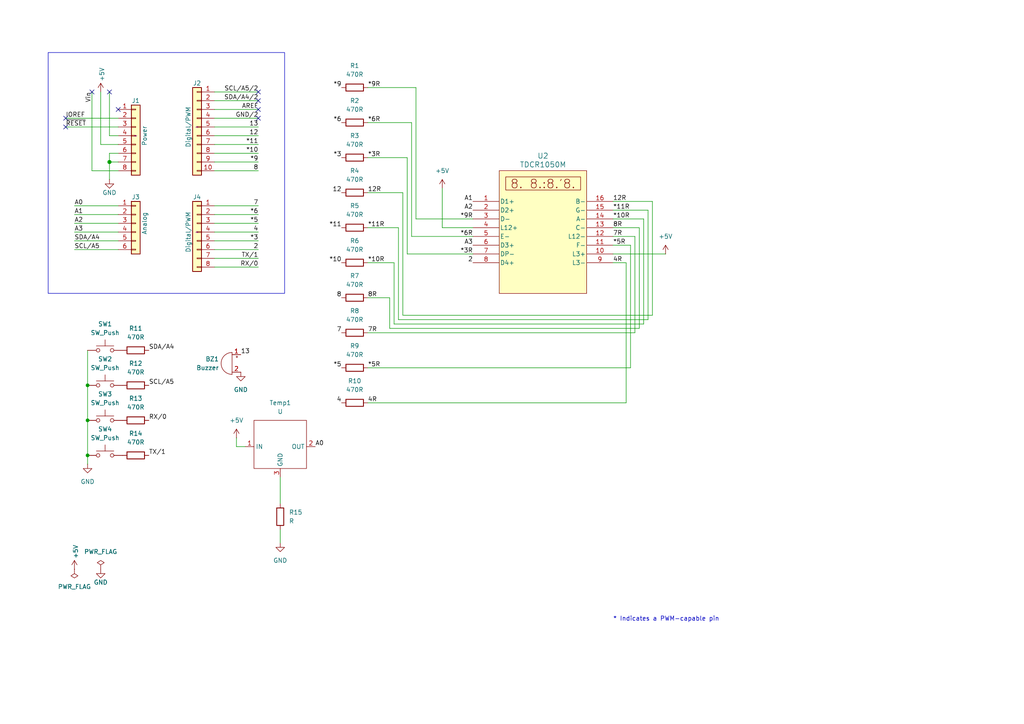
<source format=kicad_sch>
(kicad_sch (version 20250114) (generator "eeschema") (generator_version "9.0")
  (paper "A4")
  (title_block (date "mar. 31 mars 2015"))
  (lib_symbols
    (symbol "Connector_Generic:Conn_01x06" (pin_names (offset 1.016) (hide yes))
      (property "Reference" "J" (at 0 7.62 0))
      (property "Value" "Conn_01x06" (at 0 -10.16 0))
      (symbol "Conn_01x06_1_1"
        (rectangle (start -1.27 6.35) (end 1.27 -8.89) (stroke (width 0.254)) (fill (type background)))
        (rectangle (start -1.27 5.207) (end 0 4.953) (stroke (width 0.1524)))
        (rectangle (start -1.27 2.667) (end 0 2.413) (stroke (width 0.1524)))
        (rectangle (start -1.27 0.127) (end 0 -0.127) (stroke (width 0.1524)))
        (rectangle (start -1.27 -2.413) (end 0 -2.667) (stroke (width 0.1524)))
        (rectangle (start -1.27 -4.953) (end 0 -5.207) (stroke (width 0.1524)))
        (rectangle (start -1.27 -7.493) (end 0 -7.747) (stroke (width 0.1524)))
        (pin passive line (at -5.08 5.08 0) (length 3.81) (name "Pin_1") (number "1"))
        (pin passive line (at -5.08 2.54 0) (length 3.81) (name "Pin_2") (number "2"))
        (pin passive line (at -5.08 0 0) (length 3.81) (name "Pin_3") (number "3"))
        (pin passive line (at -5.08 -2.54 0) (length 3.81) (name "Pin_4") (number "4"))
        (pin passive line (at -5.08 -5.08 0) (length 3.81) (name "Pin_5") (number "5"))
        (pin passive line (at -5.08 -7.62 0) (length 3.81) (name "Pin_6") (number "6"))
      )
    )
    (symbol "Connector_Generic:Conn_01x08" (pin_names (offset 1.016) (hide yes))
      (property "Reference" "J" (at 0 10.16 0))
      (property "Value" "Conn_01x08" (at 0 -12.7 0))
      (symbol "Conn_01x08_1_1"
        (rectangle (start -1.27 8.89) (end 1.27 -11.43) (stroke (width 0.254)) (fill (type background)))
        (rectangle (start -1.27 7.747) (end 0 7.493) (stroke (width 0.1524)))
        (rectangle (start -1.27 5.207) (end 0 4.953) (stroke (width 0.1524)))
        (rectangle (start -1.27 2.667) (end 0 2.413) (stroke (width 0.1524)))
        (rectangle (start -1.27 0.127) (end 0 -0.127) (stroke (width 0.1524)))
        (rectangle (start -1.27 -2.413) (end 0 -2.667) (stroke (width 0.1524)))
        (rectangle (start -1.27 -4.953) (end 0 -5.207) (stroke (width 0.1524)))
        (rectangle (start -1.27 -7.493) (end 0 -7.747) (stroke (width 0.1524)))
        (rectangle (start -1.27 -10.033) (end 0 -10.287) (stroke (width 0.1524)))
        (pin passive line (at -5.08 7.62 0) (length 3.81) (name "Pin_1") (number "1"))
        (pin passive line (at -5.08 5.08 0) (length 3.81) (name "Pin_2") (number "2"))
        (pin passive line (at -5.08 2.54 0) (length 3.81) (name "Pin_3") (number "3"))
        (pin passive line (at -5.08 0 0) (length 3.81) (name "Pin_4") (number "4"))
        (pin passive line (at -5.08 -2.54 0) (length 3.81) (name "Pin_5") (number "5"))
        (pin passive line (at -5.08 -5.08 0) (length 3.81) (name "Pin_6") (number "6"))
        (pin passive line (at -5.08 -7.62 0) (length 3.81) (name "Pin_7") (number "7"))
        (pin passive line (at -5.08 -10.16 0) (length 3.81) (name "Pin_8") (number "8"))
      )
    )
    (symbol "Connector_Generic:Conn_01x10" (pin_names (offset 1.016) (hide yes))
      (property "Reference" "J" (at 0 12.7 0))
      (property "Value" "Conn_01x10" (at 0 -15.24 0))
      (symbol "Conn_01x10_1_1"
        (rectangle (start -1.27 11.43) (end 1.27 -13.97) (stroke (width 0.254)) (fill (type background)))
        (rectangle (start -1.27 10.287) (end 0 10.033) (stroke (width 0.1524)))
        (rectangle (start -1.27 7.747) (end 0 7.493) (stroke (width 0.1524)))
        (rectangle (start -1.27 5.207) (end 0 4.953) (stroke (width 0.1524)))
        (rectangle (start -1.27 2.667) (end 0 2.413) (stroke (width 0.1524)))
        (rectangle (start -1.27 0.127) (end 0 -0.127) (stroke (width 0.1524)))
        (rectangle (start -1.27 -2.413) (end 0 -2.667) (stroke (width 0.1524)))
        (rectangle (start -1.27 -4.953) (end 0 -5.207) (stroke (width 0.1524)))
        (rectangle (start -1.27 -7.493) (end 0 -7.747) (stroke (width 0.1524)))
        (rectangle (start -1.27 -10.033) (end 0 -10.287) (stroke (width 0.1524)))
        (rectangle (start -1.27 -12.573) (end 0 -12.827) (stroke (width 0.1524)))
        (pin passive line (at -5.08 10.16 0) (length 3.81) (name "Pin_1") (number "1"))
        (pin passive line (at -5.08 7.62 0) (length 3.81) (name "Pin_2") (number "2"))
        (pin passive line (at -5.08 5.08 0) (length 3.81) (name "Pin_3") (number "3"))
        (pin passive line (at -5.08 2.54 0) (length 3.81) (name "Pin_4") (number "4"))
        (pin passive line (at -5.08 0 0) (length 3.81) (name "Pin_5") (number "5"))
        (pin passive line (at -5.08 -2.54 0) (length 3.81) (name "Pin_6") (number "6"))
        (pin passive line (at -5.08 -5.08 0) (length 3.81) (name "Pin_7") (number "7"))
        (pin passive line (at -5.08 -7.62 0) (length 3.81) (name "Pin_8") (number "8"))
        (pin passive line (at -5.08 -10.16 0) (length 3.81) (name "Pin_9") (number "9"))
        (pin passive line (at -5.08 -12.7 0) (length 3.81) (name "Pin_10") (number "10"))
      )
    )
    (symbol "Device:Buzzer" (pin_names (offset 0.0254) (hide yes))
      (property "Reference" "BZ" (at 3.81 1.27 0))
      (property "Value" "Buzzer" (at 3.81 -1.27 0))
      (symbol "Buzzer_0_1"
        (polyline (pts (xy -1.651 1.905) (xy -1.143 1.905)))
        (polyline (pts (xy -1.397 2.159) (xy -1.397 1.651)))
        (arc (start 0 3.175) (mid 3.1612 0) (end 0 -3.175))
        (polyline (pts (xy 0 3.175) (xy 0 -3.175)))
      )
      (symbol "Buzzer_1_1"
        (pin passive line (at -2.54 2.54 0) (length 2.54) (name "+") (number "1"))
        (pin passive line (at -2.54 -2.54 0) (length 2.54) (name "-") (number "2"))
      )
    )
    (symbol "Device:R" (pin_numbers (hide yes)) (pin_names (offset 0))
      (property "Reference" "R" (at 2.032 0 90))
      (property "Value" "R" (at 0 0 90))
      (symbol "R_0_1"
        (rectangle (start -1.016 -2.54) (end 1.016 2.54) (stroke (width 0.254)))
      )
      (symbol "R_1_1"
        (pin passive line (at 0 3.81 270) (length 1.27) (name "~") (number "1"))
        (pin passive line (at 0 -3.81 90) (length 1.27) (name "~") (number "2"))
      )
    )
    (symbol "Sensors:TMP36GT9Z"
      (property "Reference" "Temp" (at 0 0 0))
      (property "Value" "U" (at 0 0 0))
      (symbol "TMP36GT9Z_0_1"
        (rectangle (start 0 13.97) (end 15.24 0))
      )
      (symbol "TMP36GT9Z_1_1"
        (pin power_in line (at -2.54 6.35 0) (length 2.54) (name "IN") (number "1"))
        (pin power_out line (at 7.62 -2.54 90) (length 2.54) (name "GND") (number "3"))
        (pin output line (at 17.78 6.35 180) (length 2.54) (name "OUT") (number "2"))
      )
    )
    (symbol "Switch:SW_Push" (pin_numbers (hide yes)) (pin_names (offset 1.016) (hide yes))
      (property "Reference" "SW" (at 1.27 2.54 0))
      (property "Value" "SW_Push" (at 0 -1.524 0))
      (symbol "SW_Push_0_1"
        (circle (center -2.032 0) (radius 0.508))
        (polyline (pts (xy 0 1.27) (xy 0 3.048)))
        (circle (center 2.032 0) (radius 0.508))
        (polyline (pts (xy 2.54 1.27) (xy -2.54 1.27)))
        (pin passive line (at -5.08 0 0) (length 2.54) (name "1") (number "1"))
        (pin passive line (at 5.08 0 180) (length 2.54) (name "2") (number "2"))
      )
    )
    (symbol "TDCR1050M:TDCR1050M" (pin_names (offset 0.254))
      (property "Reference" "U" (at 0 21.844 0))
      (property "Value" "TDCR1050M" (at 0 19.304 0))
      (symbol "TDCR1050M_0_1"
        (rectangle (start -10.795 16.002) (end 10.922 12.192))
      )
      (symbol "TDCR1050M_1_1"
        (rectangle (start -12.7 17.78) (end 12.7 -17.78) (fill (type background)))
        (text "8. 8.:8.'8." (at 0 13.97 0) (effects (font (size 2.54 2.54))))
        (pin passive line (at -20.32 8.89 0) (length 7.62) (name "D1+") (number "1"))
        (pin passive line (at -20.32 6.35 0) (length 7.62) (name "D2+") (number "2"))
        (pin passive line (at -20.32 3.81 0) (length 7.62) (name "D-") (number "3"))
        (pin passive line (at -20.32 1.27 0) (length 7.62) (name "L12+") (number "4"))
        (pin passive line (at -20.32 -1.27 0) (length 7.62) (name "E-") (number "5"))
        (pin passive line (at -20.32 -3.81 0) (length 7.62) (name "D3+") (number "6"))
        (pin passive line (at -20.32 -6.35 0) (length 7.62) (name "DP-") (number "7"))
        (pin passive line (at -20.32 -8.89 0) (length 7.62) (name "D4+") (number "8"))
        (pin passive line (at 20.32 8.89 180) (length 7.62) (name "B-") (number "16"))
        (pin passive line (at 20.32 6.35 180) (length 7.62) (name "G-") (number "15"))
        (pin passive line (at 20.32 3.81 180) (length 7.62) (name "A-") (number "14"))
        (pin passive line (at 20.32 1.27 180) (length 7.62) (name "C-") (number "13"))
        (pin passive line (at 20.32 -1.27 180) (length 7.62) (name "L12-") (number "12"))
        (pin passive line (at 20.32 -3.81 180) (length 7.62) (name "F-") (number "11"))
        (pin passive line (at 20.32 -6.35 180) (length 7.62) (name "L3+") (number "10"))
        (pin passive line (at 20.32 -8.89 180) (length 7.62) (name "L3-") (number "9"))
      )
    )
    (symbol "power:+5V" (power) (pin_numbers (hide yes)) (pin_names (offset 0) (hide yes))
      (property "Value" "+5V" (at 0 3.556 0))
      (symbol "+5V_0_1"
        (polyline (pts (xy -0.762 1.27) (xy 0 2.54)))
        (polyline (pts (xy 0 2.54) (xy 0.762 1.27)))
        (polyline (pts (xy 0 0) (xy 0 2.54)))
      )
      (symbol "+5V_1_1"
        (pin power_in line (at 0 0 90) (length 0) (name "~") (number "1"))
      )
    )
    (symbol "power:GND" (power) (pin_numbers (hide yes)) (pin_names (offset 0) (hide yes))
      (property "Value" "GND" (at 0 -3.81 0))
      (symbol "GND_0_1"
        (polyline (pts (xy 0 0) (xy 0 -1.27) (xy 1.27 -1.27) (xy 0 -2.54) (xy -1.27 -1.27) (xy 0 -1.27)))
      )
      (symbol "GND_1_1"
        (pin power_in line (at 0 0 270) (length 0) (name "~") (number "1"))
      )
    )
    (symbol "power:PWR_FLAG" (power) (pin_numbers (hide yes)) (pin_names (offset 0) (hide yes))
      (property "Value" "PWR_FLAG" (at 0 3.81 0))
      (symbol "PWR_FLAG_0_0"
        (pin power_out line (at 0 0 90) (length 0) (name "~") (number "1"))
      )
      (symbol "PWR_FLAG_0_1"
        (polyline (pts (xy 0 0) (xy 0 1.27) (xy -1.016 1.905) (xy 0 2.54) (xy 1.016 1.905) (xy 0 1.27)))
      )
    )
  )
  (rectangle (start 13.97 15.24) (end 82.55 85.09))
  (text "* Indicates a PWM-capable pin" (at 177.8 180.34 0) (effects (font (size 1.27 1.27)) (justify left bottom)))
  (junction (at 25.4 111.76))
  (junction (at 31.75 46.99) (diameter 1.016))
  (junction (at 25.4 121.92))
  (junction (at 25.4 132.08))
  (no_connect (at 19.05 34.29))
  (no_connect (at 31.75 26.67))
  (no_connect (at 19.05 36.83))
  (no_connect (at 26.67 26.67))
  (no_connect (at 74.93 34.29))
  (no_connect (at 74.93 26.67))
  (no_connect (at 34.29 31.75))
  (no_connect (at 74.93 29.21))
  (no_connect (at 74.93 31.75))
  (wire (pts (xy 115.57 66.04) (xy 115.57 92.71)))
  (wire (pts (xy 62.23 77.47) (xy 74.93 77.47)))
  (wire (pts (xy 120.65 63.5) (xy 137.16 63.5)))
  (wire (pts (xy 116.84 91.44) (xy 189.23 91.44)))
  (wire (pts (xy 62.23 44.45) (xy 74.93 44.45)))
  (wire (pts (xy 62.23 26.67) (xy 74.93 26.67)))
  (wire (pts (xy 31.75 44.45) (xy 31.75 46.99)))
  (wire (pts (xy 21.59 72.39) (xy 34.29 72.39)))
  (wire (pts (xy 128.27 54.61) (xy 128.27 66.04)))
  (wire (pts (xy 106.68 116.84) (xy 181.61 116.84)))
  (wire (pts (xy 25.4 121.92) (xy 25.4 132.08)))
  (wire (pts (xy 189.23 58.42) (xy 177.8 58.42)))
  (wire (pts (xy 182.88 71.12) (xy 177.8 71.12)))
  (wire (pts (xy 106.68 35.56) (xy 119.38 35.56)))
  (wire (pts (xy 185.42 66.04) (xy 177.8 66.04)))
  (wire (pts (xy 71.12 129.54) (xy 68.58 129.54)))
  (wire (pts (xy 31.75 46.99) (xy 31.75 52.07)))
  (wire (pts (xy 113.03 86.36) (xy 113.03 95.25)))
  (wire (pts (xy 106.68 106.68) (xy 182.88 106.68)))
  (wire (pts (xy 31.75 39.37) (xy 34.29 39.37)))
  (wire (pts (xy 29.21 41.91) (xy 34.29 41.91)))
  (wire (pts (xy 106.68 45.72) (xy 118.11 45.72)))
  (wire (pts (xy 29.21 26.67) (xy 29.21 41.91)))
  (wire (pts (xy 186.69 93.98) (xy 186.69 63.5)))
  (wire (pts (xy 62.23 36.83) (xy 74.93 36.83)))
  (wire (pts (xy 31.75 26.67) (xy 31.75 39.37)))
  (wire (pts (xy 62.23 59.69) (xy 74.93 59.69)))
  (wire (pts (xy 34.29 59.69) (xy 21.59 59.69)))
  (wire (pts (xy 62.23 39.37) (xy 74.93 39.37)))
  (wire (pts (xy 186.69 63.5) (xy 177.8 63.5)))
  (wire (pts (xy 62.23 62.23) (xy 74.93 62.23)))
  (wire (pts (xy 68.58 129.54) (xy 68.58 127)))
  (wire (pts (xy 25.4 132.08) (xy 25.4 134.62)))
  (wire (pts (xy 181.61 76.2) (xy 177.8 76.2)))
  (wire (pts (xy 184.15 96.52) (xy 184.15 68.58)))
  (wire (pts (xy 118.11 73.66) (xy 137.16 73.66)))
  (wire (pts (xy 187.96 92.71) (xy 187.96 60.96)))
  (wire (pts (xy 62.23 46.99) (xy 74.93 46.99)))
  (wire (pts (xy 114.3 76.2) (xy 114.3 93.98)))
  (wire (pts (xy 62.23 67.31) (xy 74.93 67.31)))
  (wire (pts (xy 184.15 68.58) (xy 177.8 68.58)))
  (wire (pts (xy 189.23 91.44) (xy 189.23 58.42)))
  (wire (pts (xy 25.4 111.76) (xy 25.4 121.92)))
  (wire (pts (xy 19.05 34.29) (xy 34.29 34.29)))
  (wire (pts (xy 177.8 73.66) (xy 193.04 73.66)))
  (wire (pts (xy 187.96 60.96) (xy 177.8 60.96)))
  (wire (pts (xy 113.03 95.25) (xy 185.42 95.25)))
  (wire (pts (xy 119.38 35.56) (xy 119.38 68.58)))
  (wire (pts (xy 62.23 31.75) (xy 74.93 31.75)))
  (wire (pts (xy 34.29 64.77) (xy 21.59 64.77)))
  (wire (pts (xy 19.05 36.83) (xy 34.29 36.83)))
  (wire (pts (xy 106.68 25.4) (xy 120.65 25.4)))
  (wire (pts (xy 106.68 86.36) (xy 113.03 86.36)))
  (wire (pts (xy 34.29 46.99) (xy 31.75 46.99)))
  (wire (pts (xy 106.68 76.2) (xy 114.3 76.2)))
  (wire (pts (xy 118.11 45.72) (xy 118.11 73.66)))
  (wire (pts (xy 34.29 49.53) (xy 26.67 49.53)))
  (wire (pts (xy 21.59 62.23) (xy 34.29 62.23)))
  (wire (pts (xy 106.68 66.04) (xy 115.57 66.04)))
  (wire (pts (xy 106.68 96.52) (xy 184.15 96.52)))
  (wire (pts (xy 62.23 34.29) (xy 74.93 34.29)))
  (wire (pts (xy 34.29 44.45) (xy 31.75 44.45)))
  (wire (pts (xy 25.4 101.6) (xy 25.4 111.76)))
  (wire (pts (xy 81.28 157.48) (xy 81.28 153.67)))
  (wire (pts (xy 62.23 41.91) (xy 74.93 41.91)))
  (wire (pts (xy 81.28 146.05) (xy 81.28 138.43)))
  (wire (pts (xy 114.3 93.98) (xy 186.69 93.98)))
  (wire (pts (xy 182.88 71.12) (xy 182.88 106.68)))
  (wire (pts (xy 62.23 64.77) (xy 74.93 64.77)))
  (wire (pts (xy 106.68 55.88) (xy 116.84 55.88)))
  (wire (pts (xy 21.59 67.31) (xy 34.29 67.31)))
  (wire (pts (xy 119.38 68.58) (xy 137.16 68.58)))
  (wire (pts (xy 185.42 95.25) (xy 185.42 66.04)))
  (wire (pts (xy 128.27 66.04) (xy 137.16 66.04)))
  (wire (pts (xy 181.61 116.84) (xy 181.61 76.2)))
  (wire (pts (xy 62.23 29.21) (xy 74.93 29.21)))
  (wire (pts (xy 62.23 72.39) (xy 74.93 72.39)))
  (wire (pts (xy 62.23 69.85) (xy 74.93 69.85)))
  (wire (pts (xy 115.57 92.71) (xy 187.96 92.71)))
  (wire (pts (xy 116.84 55.88) (xy 116.84 91.44)))
  (wire (pts (xy 62.23 74.93) (xy 74.93 74.93)))
  (wire (pts (xy 26.67 49.53) (xy 26.67 26.67)))
  (wire (pts (xy 120.65 25.4) (xy 120.65 63.5)))
  (wire (pts (xy 34.29 69.85) (xy 21.59 69.85)))
  (wire (pts (xy 62.23 49.53) (xy 74.93 49.53)))
  (label "RX{slash}0" (at 74.93 77.47 180))
  (label "A2" (at 21.59 64.77 0))
  (label "4" (at 74.93 67.31 180))
  (label "A2" (at 137.16 60.96 180))
  (label "SCL{slash}A5" (at 43.18 111.76 0))
  (label "*11R" (at 106.68 66.04 0))
  (label "*3R" (at 106.68 45.72 0))
  (label "12" (at 99.06 55.88 180))
  (label "*3" (at 99.06 45.72 180))
  (label "*6R" (at 137.16 68.58 180))
  (label "2" (at 74.93 72.39 180))
  (label "A3" (at 21.59 67.31 0))
  (label "A0" (at 91.44 129.54 0))
  (label "4R" (at 106.68 116.84 0))
  (label "13" (at 74.93 36.83 180))
  (label "12" (at 74.93 39.37 180))
  (label "7R" (at 177.8 68.58 0))
  (label "~{RESET}" (at 19.05 36.83 0))
  (label "TX{slash}1" (at 43.18 132.08 0))
  (label "A3" (at 137.16 71.12 180))
  (label "SDA{slash}A4" (at 43.18 101.6 0))
  (label "*10R" (at 177.8 63.5 0))
  (label "*10" (at 74.93 44.45 180))
  (label "*11" (at 99.06 66.04 180))
  (label "*9R" (at 106.68 25.4 0))
  (label "*5" (at 99.06 106.68 180))
  (label "*5R" (at 106.68 106.68 0))
  (label "*3R" (at 137.16 73.66 180))
  (label "2" (at 137.16 76.2 180))
  (label "7" (at 74.93 59.69 180))
  (label "SDA{slash}A4{slash}2" (at 74.93 29.21 180))
  (label "8" (at 74.93 49.53 180))
  (label "*11" (at 74.93 41.91 180))
  (label "*3" (at 74.93 69.85 180))
  (label "*10R" (at 106.68 76.2 0))
  (label "13" (at 69.85 102.87 0))
  (label "A1" (at 21.59 62.23 0))
  (label "TX{slash}1" (at 74.93 74.93 180))
  (label "8R" (at 177.8 66.04 0))
  (label "7R" (at 106.68 96.52 0))
  (label "A0" (at 21.59 59.69 0))
  (label "AREF" (at 74.93 31.75 180))
  (label "*6" (at 99.06 35.56 180))
  (label "12R" (at 106.68 55.88 0))
  (label "*10" (at 99.06 76.2 180))
  (label "A1" (at 137.16 58.42 180))
  (label "Vin" (at 26.67 26.67 270))
  (label "*6" (at 74.93 62.23 180))
  (label "*9" (at 99.06 25.4 180))
  (label "SCL{slash}A5{slash}2" (at 74.93 26.67 180))
  (label "*9" (at 74.93 46.99 180))
  (label "GND{slash}2" (at 74.93 34.29 180))
  (label "4" (at 99.06 116.84 180))
  (label "7" (at 99.06 96.52 180))
  (label "*6R" (at 106.68 35.56 0))
  (label "*5" (at 74.93 64.77 180))
  (label "IOREF" (at 19.05 34.29 0))
  (label "*11R" (at 177.8 60.96 0))
  (label "*5R" (at 177.8 71.12 0))
  (label "4R" (at 177.8 76.2 0))
  (label "12R" (at 177.8 58.42 0))
  (label "SDA{slash}A4" (at 21.59 69.85 0))
  (label "SCL{slash}A5" (at 21.59 72.39 0))
  (label "RX{slash}0" (at 43.18 121.92 0))
  (label "8R" (at 106.68 86.36 0))
  (label "*9R" (at 137.16 63.5 180))
  (label "8" (at 99.06 86.36 180))
  (symbol (lib_id "Connector_Generic:Conn_01x08") (at 39.37 39.37 0) (unit 1)
    (property "Reference" "J1" (at 39.37 29.21 0))
    (property "Value" "Power" (at 41.91 39.37 90))
    (property "Footprint" "Connector_PinHeader_2.54mm:PinHeader_1x08_P2.54mm_Vertical" (effects (hide yes)))
    (property "Datasheet" "~" (at 39.37 39.37 0))
    (property "Description" "Generic connector, single row, 01x08, script generated (kicad-library-utils/schlib/autogen/connector/)" (effects (hide yes)))
  )
  (symbol (lib_id "power:+5V") (at 29.21 26.67 0) (unit 1)
    (property "Reference" "#PWR02" (effects (hide yes)))
    (property "Value" "+5V" (at 29.5656 23.622 90) (effects (justify left)))
    (property "Description" "Power symbol creates a global label with name \"+5V\"" (effects (hide yes)))
  )
  (symbol (lib_id "power:GND") (at 31.75 52.07 0) (unit 1)
    (property "Reference" "#PWR04" (effects (hide yes)))
    (property "Value" "GND" (at 31.75 55.88 0))
    (property "Description" "Power symbol creates a global label with name \"GND\" , ground" (effects (hide yes)))
  )
  (symbol (lib_id "Connector_Generic:Conn_01x10") (at 57.15 36.83 0) (mirror y) (unit 1)
    (property "Reference" "J2" (at 57.15 24.13 0))
    (property "Value" "Digital/PWM" (at 54.61 36.83 90))
    (property "Footprint" "Connector_PinHeader_2.54mm:PinHeader_1x10_P2.54mm_Vertical" (effects (hide yes)))
    (property "Datasheet" "~" (at 57.15 36.83 0))
    (property "Description" "Generic connector, single row, 01x10, script generated (kicad-library-utils/schlib/autogen/connector/)" (effects (hide yes)))
  )
  (symbol (lib_id "Connector_Generic:Conn_01x06") (at 39.37 64.77 0) (unit 1)
    (property "Reference" "J3" (at 39.37 57.15 0))
    (property "Value" "Analog" (at 41.91 64.77 90))
    (property "Footprint" "Connector_PinHeader_2.54mm:PinHeader_1x06_P2.54mm_Vertical" (effects (hide yes)))
    (property "Description" "Generic connector, single row, 01x06, script generated (kicad-library-utils/schlib/autogen/connector/)" (effects (hide yes)))
  )
  (symbol (lib_id "Connector_Generic:Conn_01x08") (at 57.15 67.31 0) (mirror y) (unit 1)
    (property "Reference" "J4" (at 57.15 57.15 0))
    (property "Value" "Digital/PWM" (at 54.61 67.31 90))
    (property "Footprint" "Connector_PinHeader_2.54mm:PinHeader_1x08_P2.54mm_Vertical" (effects (hide yes)))
    (property "Datasheet" "~" (at 57.15 67.31 0))
    (property "Description" "Generic connector, single row, 01x08, script generated (kicad-library-utils/schlib/autogen/connector/)" (effects (hide yes)))
  )
  (symbol (lib_id "Device:Buzzer") (at 67.31 105.41 0) (mirror y) (unit 1)
    (property "Reference" "BZ1" (at 63.5 104.1399 0) (effects (justify left)))
    (property "Value" "Buzzer" (at 63.5 106.6799 0) (effects (justify left)))
    (property "Footprint" "Buzzer_Beeper:Buzzer_15x7.5RM7.6" (effects (hide yes)))
    (property "Description" "Buzzer, polarized" (effects (hide yes)))
    (property "Zakup" "https://www.tme.eu/pl/details/lpb1475b-to-12/sygnalizatory-piezoelektr-z-generatorem/cre-sound-electronics/lpb1475b-to-12-4-0-7-6-r-lab/" (effects (hide yes)))
  )
  (symbol (lib_id "Device:R") (at 102.87 76.2 90) (unit 1)
    (property "Reference" "R6" (at 102.87 69.85 90))
    (property "Value" "470R" (at 102.87 72.39 90))
    (property "Footprint" "Resistor_SMD:R_1206_3216Metric_Pad1.30x1.75mm_HandSolder" (effects (hide yes)))
    (property "Datasheet" "https://www.tme.eu/Document/4f50d320a6ddacb273098f84373b6259/rezystor-smd.pdf" (effects (hide yes)))
    (property "Description" "Resistor" (effects (hide yes)))
    (property "Zakup" "https://www.tme.eu/pl/details/1206s4f4701t5e/rezystory-smd/royalohm/" (effects (hide yes)))
  )
  (symbol (lib_id "Switch:SW_Push") (at 30.48 132.08 0) (unit 1)
    (property "Reference" "SW4" (at 30.48 124.46 0))
    (property "Value" "SW_Push" (at 30.48 127 0))
    (property "Footprint" "Button_Switch_THT:SW_PUSH_6mm" (effects (hide yes)))
    (property "Datasheet" "https://www.tme.eu/Document/521ec939bc8752ba492c46e2b0122c58/1-1825910-4+layout.pdf" (effects (hide yes)))
    (property "Description" "Push button switch, generic, two pins" (effects (hide yes)))
    (property "Zakup" "https://www.tme.eu/pl/details/1-1825910-4/mikroprzelaczniki-tact/te-connectivity/" (effects (hide yes)))
  )
  (symbol (lib_id "TDCR1050M:TDCR1050M") (at 157.48 67.31 0) (unit 1)
    (property "Reference" "U2" (at 157.48 45.212 0) (effects (font (size 1.524 1.524))))
    (property "Value" "TDCR1050M" (at 157.48 47.752 0) (effects (font (size 1.524 1.524))))
    (property "Footprint" "footprints:TDCG1060M_VIS" (effects (hide yes)))
    (property "Datasheet" "https://www.vishay.com/doc?83180" (effects (hide yes)))
    (property "Zakup" "https://www.tme.eu/pl/details/tdcr1050m/wyswietlacze-led-7-segmentowe/vishay/" (effects (hide yes)))
  )
  (symbol (lib_id "power:+5V") (at 68.58 127 0) (unit 1)
    (property "Reference" "#PWR07" (effects (hide yes)))
    (property "Value" "+5V" (at 68.58 121.92 0))
    (property "Description" "Power symbol creates a global label with name \"+5V\"" (effects (hide yes)))
  )
  (symbol (lib_id "Device:R") (at 39.37 111.76 90) (unit 1)
    (property "Reference" "R12" (at 39.37 105.41 90))
    (property "Value" "470R" (at 39.37 107.95 90))
    (property "Footprint" "Resistor_SMD:R_1206_3216Metric_Pad1.30x1.75mm_HandSolder" (effects (hide yes)))
    (property "Datasheet" "https://www.tme.eu/Document/4f50d320a6ddacb273098f84373b6259/rezystor-smd.pdf" (effects (hide yes)))
    (property "Description" "Resistor" (effects (hide yes)))
    (property "Zakup" "https://www.tme.eu/pl/details/1206s4f4701t5e/rezystory-smd/royalohm/" (effects (hide yes)))
  )
  (symbol (lib_id "Device:R") (at 102.87 45.72 90) (unit 1)
    (property "Reference" "R3" (at 102.87 39.37 90))
    (property "Value" "470R" (at 102.87 41.91 90))
    (property "Footprint" "Resistor_SMD:R_1206_3216Metric_Pad1.30x1.75mm_HandSolder" (effects (hide yes)))
    (property "Datasheet" "https://www.tme.eu/Document/4f50d320a6ddacb273098f84373b6259/rezystor-smd.pdf" (effects (hide yes)))
    (property "Description" "Resistor" (effects (hide yes)))
    (property "Zakup" "https://www.tme.eu/pl/details/1206s4f4701t5e/rezystory-smd/royalohm/" (effects (hide yes)))
  )
  (symbol (lib_id "power:PWR_FLAG") (at 21.59 165.1 180) (unit 1)
    (property "Reference" "#FLG01" (effects (hide yes)))
    (property "Value" "PWR_FLAG" (at 21.59 170.18 0))
    (property "Description" "Special symbol for telling ERC where power comes from" (effects (hide yes)))
  )
  (symbol (lib_id "power:+5V") (at 193.04 73.66 0) (unit 1)
    (property "Reference" "#PWR09" (effects (hide yes)))
    (property "Value" "+5V" (at 193.04 68.58 0))
    (property "Description" "Power symbol creates a global label with name \"+5V\"" (effects (hide yes)))
  )
  (symbol (lib_id "Switch:SW_Push") (at 30.48 111.76 0) (unit 1)
    (property "Reference" "SW2" (at 30.48 104.14 0))
    (property "Value" "SW_Push" (at 30.48 106.68 0))
    (property "Footprint" "Button_Switch_THT:SW_PUSH_6mm" (effects (hide yes)))
    (property "Datasheet" "https://www.tme.eu/Document/521ec939bc8752ba492c46e2b0122c58/1-1825910-4+layout.pdf" (effects (hide yes)))
    (property "Description" "Push button switch, generic, two pins" (effects (hide yes)))
    (property "Zakup" "https://www.tme.eu/pl/details/1-1825910-4/mikroprzelaczniki-tact/te-connectivity/" (effects (hide yes)))
  )
  (symbol (lib_id "Device:R") (at 102.87 35.56 90) (unit 1)
    (property "Reference" "R2" (at 102.87 29.21 90))
    (property "Value" "470R" (at 102.87 31.75 90))
    (property "Footprint" "Resistor_SMD:R_1206_3216Metric_Pad1.30x1.75mm_HandSolder" (effects (hide yes)))
    (property "Datasheet" "https://www.tme.eu/Document/4f50d320a6ddacb273098f84373b6259/rezystor-smd.pdf" (effects (hide yes)))
    (property "Description" "Resistor" (effects (hide yes)))
    (property "Zakup" "https://www.tme.eu/pl/details/1206s4f4701t5e/rezystory-smd/royalohm/" (effects (hide yes)))
  )
  (symbol (lib_id "power:+5V") (at 128.27 54.61 0) (unit 1)
    (property "Reference" "#PWR0103" (effects (hide yes)))
    (property "Value" "+5V" (at 128.27 49.53 0))
    (property "Description" "Power symbol creates a global label with name \"+5V\"" (effects (hide yes)))
  )
  (symbol (lib_id "Device:R") (at 81.28 149.86 0) (unit 1)
    (property "Reference" "R15" (at 83.82 148.5899 0) (effects (justify left)))
    (property "Value" "R" (at 83.82 151.1299 0) (effects (justify left)))
    (property "Footprint" "Resistor_SMD:R_1206_3216Metric_Pad1.30x1.75mm_HandSolder" (effects (hide yes)))
    (property "Description" "Resistor" (effects (hide yes)))
  )
  (symbol (lib_id "power:+5V") (at 21.59 165.1 0) (unit 1)
    (property "Reference" "#PWR01" (effects (hide yes)))
    (property "Value" "+5V" (at 21.9456 162.052 90) (effects (justify left)))
    (property "Description" "Power symbol creates a global label with name \"+5V\"" (effects (hide yes)))
  )
  (symbol (lib_id "Device:R") (at 102.87 116.84 90) (unit 1)
    (property "Reference" "R10" (at 102.87 110.49 90))
    (property "Value" "470R" (at 102.87 113.03 90))
    (property "Footprint" "Resistor_SMD:R_1206_3216Metric_Pad1.30x1.75mm_HandSolder" (effects (hide yes)))
    (property "Datasheet" "https://www.tme.eu/Document/4f50d320a6ddacb273098f84373b6259/rezystor-smd.pdf" (effects (hide yes)))
    (property "Description" "Resistor" (effects (hide yes)))
    (property "Zakup" "https://www.tme.eu/pl/details/1206s4f4701t5e/rezystory-smd/royalohm/" (effects (hide yes)))
  )
  (symbol (lib_id "power:GND") (at 69.85 107.95 0) (mirror y) (unit 1)
    (property "Reference" "#PWR0102" (effects (hide yes)))
    (property "Value" "GND" (at 69.85 113.03 0))
    (property "Description" "Power symbol creates a global label with name \"GND\" , ground" (effects (hide yes)))
  )
  (symbol (lib_id "Device:R") (at 39.37 101.6 90) (unit 1)
    (property "Reference" "R11" (at 39.37 95.25 90))
    (property "Value" "470R" (at 39.37 97.79 90))
    (property "Footprint" "Resistor_SMD:R_1206_3216Metric_Pad1.30x1.75mm_HandSolder" (effects (hide yes)))
    (property "Datasheet" "https://www.tme.eu/Document/4f50d320a6ddacb273098f84373b6259/rezystor-smd.pdf" (effects (hide yes)))
    (property "Description" "Resistor" (effects (hide yes)))
    (property "Zakup" "https://www.tme.eu/pl/details/1206s4f4701t5e/rezystory-smd/royalohm/" (effects (hide yes)))
  )
  (symbol (lib_id "Sensors:TMP36GT9Z") (at 73.66 135.89 0) (unit 1)
    (property "Reference" "Temp1" (at 81.28 116.84 0))
    (property "Value" "U" (at 81.28 119.38 0))
    (property "Footprint" "Package_TO_SOT_THT:TO-92" (effects (hide yes)))
  )
  (symbol (lib_id "Switch:SW_Push") (at 30.48 101.6 0) (unit 1)
    (property "Reference" "SW1" (at 30.48 93.98 0))
    (property "Value" "SW_Push" (at 30.48 96.52 0))
    (property "Footprint" "Button_Switch_THT:SW_PUSH_6mm" (effects (hide yes)))
    (property "Datasheet" "https://www.tme.eu/Document/521ec939bc8752ba492c46e2b0122c58/1-1825910-4+layout.pdf" (effects (hide yes)))
    (property "Description" "Push button switch, generic, two pins" (effects (hide yes)))
    (property "Zakup" "https://www.tme.eu/pl/details/1-1825910-4/mikroprzelaczniki-tact/te-connectivity/" (effects (hide yes)))
  )
  (symbol (lib_id "power:GND") (at 81.28 157.48 0) (unit 1)
    (property "Reference" "#PWR05" (effects (hide yes)))
    (property "Value" "GND" (at 81.28 162.56 0))
    (property "Description" "Power symbol creates a global label with name \"GND\" , ground" (effects (hide yes)))
  )
  (symbol (lib_id "Switch:SW_Push") (at 30.48 121.92 0) (unit 1)
    (property "Reference" "SW3" (at 30.48 114.3 0))
    (property "Value" "SW_Push" (at 30.48 116.84 0))
    (property "Footprint" "Button_Switch_THT:SW_PUSH_6mm" (effects (hide yes)))
    (property "Datasheet" "https://www.tme.eu/Document/521ec939bc8752ba492c46e2b0122c58/1-1825910-4+layout.pdf" (effects (hide yes)))
    (property "Description" "Push button switch, generic, two pins" (effects (hide yes)))
    (property "Zakup" "https://www.tme.eu/pl/details/1-1825910-4/mikroprzelaczniki-tact/te-connectivity/" (effects (hide yes)))
  )
  (symbol (lib_id "power:PWR_FLAG") (at 29.21 165.1 0) (unit 1)
    (property "Reference" "#FLG02" (effects (hide yes)))
    (property "Value" "PWR_FLAG" (at 29.21 160.02 0))
    (property "Description" "Special symbol for telling ERC where power comes from" (effects (hide yes)))
  )
  (symbol (lib_id "Device:R") (at 39.37 132.08 90) (unit 1)
    (property "Reference" "R14" (at 39.37 125.73 90))
    (property "Value" "470R" (at 39.37 128.27 90))
    (property "Footprint" "Resistor_SMD:R_1206_3216Metric_Pad1.30x1.75mm_HandSolder" (effects (hide yes)))
    (property "Datasheet" "https://www.tme.eu/Document/4f50d320a6ddacb273098f84373b6259/rezystor-smd.pdf" (effects (hide yes)))
    (property "Description" "Resistor" (effects (hide yes)))
    (property "Zakup" "https://www.tme.eu/pl/details/1206s4f4701t5e/rezystory-smd/royalohm/" (effects (hide yes)))
  )
  (symbol (lib_id "Device:R") (at 102.87 96.52 90) (unit 1)
    (property "Reference" "R8" (at 102.87 90.17 90))
    (property "Value" "470R" (at 102.87 92.71 90))
    (property "Footprint" "Resistor_SMD:R_1206_3216Metric_Pad1.30x1.75mm_HandSolder" (effects (hide yes)))
    (property "Datasheet" "https://www.tme.eu/Document/4f50d320a6ddacb273098f84373b6259/rezystor-smd.pdf" (effects (hide yes)))
    (property "Description" "Resistor" (effects (hide yes)))
    (property "Zakup" "https://www.tme.eu/pl/details/1206s4f4701t5e/rezystory-smd/royalohm/" (effects (hide yes)))
  )
  (symbol (lib_id "Device:R") (at 102.87 66.04 90) (unit 1)
    (property "Reference" "R5" (at 102.87 59.69 90))
    (property "Value" "470R" (at 102.87 62.23 90))
    (property "Footprint" "Resistor_SMD:R_1206_3216Metric_Pad1.30x1.75mm_HandSolder" (effects (hide yes)))
    (property "Datasheet" "https://www.tme.eu/Document/4f50d320a6ddacb273098f84373b6259/rezystor-smd.pdf" (effects (hide yes)))
    (property "Description" "Resistor" (effects (hide yes)))
    (property "Zakup" "https://www.tme.eu/pl/details/1206s4f4701t5e/rezystory-smd/royalohm/" (effects (hide yes)))
  )
  (symbol (lib_id "power:GND") (at 29.21 165.1 0) (unit 1)
    (property "Reference" "#PWR03" (effects (hide yes)))
    (property "Value" "GND" (at 29.21 168.91 0))
    (property "Description" "Power symbol creates a global label with name \"GND\" , ground" (effects (hide yes)))
  )
  (symbol (lib_id "Device:R") (at 102.87 55.88 90) (unit 1)
    (property "Reference" "R4" (at 102.87 49.53 90))
    (property "Value" "470R" (at 102.87 52.07 90))
    (property "Footprint" "Resistor_SMD:R_1206_3216Metric_Pad1.30x1.75mm_HandSolder" (effects (hide yes)))
    (property "Datasheet" "https://www.tme.eu/Document/4f50d320a6ddacb273098f84373b6259/rezystor-smd.pdf" (effects (hide yes)))
    (property "Description" "Resistor" (effects (hide yes)))
    (property "Zakup" "https://www.tme.eu/pl/details/1206s4f4701t5e/rezystory-smd/royalohm/" (effects (hide yes)))
  )
  (symbol (lib_id "Device:R") (at 102.87 106.68 90) (unit 1)
    (property "Reference" "R9" (at 102.87 100.33 90))
    (property "Value" "470R" (at 102.87 102.87 90))
    (property "Footprint" "Resistor_SMD:R_1206_3216Metric_Pad1.30x1.75mm_HandSolder" (effects (hide yes)))
    (property "Datasheet" "https://www.tme.eu/Document/4f50d320a6ddacb273098f84373b6259/rezystor-smd.pdf" (effects (hide yes)))
    (property "Description" "Resistor" (effects (hide yes)))
    (property "Zakup" "https://www.tme.eu/pl/details/1206s4f4701t5e/rezystory-smd/royalohm/" (effects (hide yes)))
  )
  (symbol (lib_id "Device:R") (at 39.37 121.92 90) (unit 1)
    (property "Reference" "R13" (at 39.37 115.57 90))
    (property "Value" "470R" (at 39.37 118.11 90))
    (property "Footprint" "Resistor_SMD:R_1206_3216Metric_Pad1.30x1.75mm_HandSolder" (effects (hide yes)))
    (property "Datasheet" "https://www.tme.eu/Document/4f50d320a6ddacb273098f84373b6259/rezystor-smd.pdf" (effects (hide yes)))
    (property "Description" "Resistor" (effects (hide yes)))
    (property "Zakup" "https://www.tme.eu/pl/details/1206s4f4701t5e/rezystory-smd/royalohm/" (effects (hide yes)))
  )
  (symbol (lib_id "Device:R") (at 102.87 25.4 90) (unit 1)
    (property "Reference" "R1" (at 102.87 19.05 90))
    (property "Value" "470R" (at 102.87 21.59 90))
    (property "Footprint" "Resistor_SMD:R_1206_3216Metric_Pad1.30x1.75mm_HandSolder" (effects (hide yes)))
    (property "Datasheet" "https://www.tme.eu/Document/4f50d320a6ddacb273098f84373b6259/rezystor-smd.pdf" (effects (hide yes)))
    (property "Description" "Resistor" (effects (hide yes)))
    (property "Zakup" "https://www.tme.eu/pl/details/1206s4f4701t5e/rezystory-smd/royalohm/" (effects (hide yes)))
  )
  (symbol (lib_id "power:GND") (at 25.4 134.62 0) (unit 1)
    (property "Reference" "#PWR06" (effects (hide yes)))
    (property "Value" "GND" (at 25.4 139.7 0))
    (property "Description" "Power symbol creates a global label with name \"GND\" , ground" (effects (hide yes)))
  )
  (symbol (lib_id "Device:R") (at 102.87 86.36 90) (unit 1)
    (property "Reference" "R7" (at 102.87 80.01 90))
    (property "Value" "470R" (at 102.87 82.55 90))
    (property "Footprint" "Resistor_SMD:R_1206_3216Metric_Pad1.30x1.75mm_HandSolder" (effects (hide yes)))
    (property "Datasheet" "https://www.tme.eu/Document/4f50d320a6ddacb273098f84373b6259/rezystor-smd.pdf" (effects (hide yes)))
    (property "Description" "Resistor" (effects (hide yes)))
    (property "Zakup" "https://www.tme.eu/pl/details/1206s4f4701t5e/rezystory-smd/royalohm/" (effects (hide yes)))
  )
)
</source>
